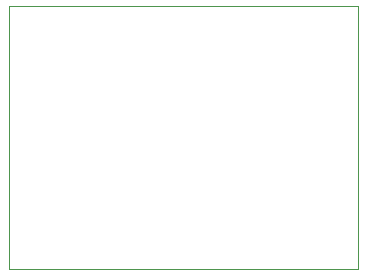
<source format=gko>
G04 Layer_Color=16711935*
%FSLAX25Y25*%
%MOIN*%
G70*
G01*
G75*
%ADD101C,0.00039*%
D101*
X115945Y0D02*
X116043D01*
Y87795D01*
X115945D02*
X116043D01*
X-197Y0D02*
X115945D01*
X-197D02*
Y87795D01*
X115945D01*
M02*

</source>
